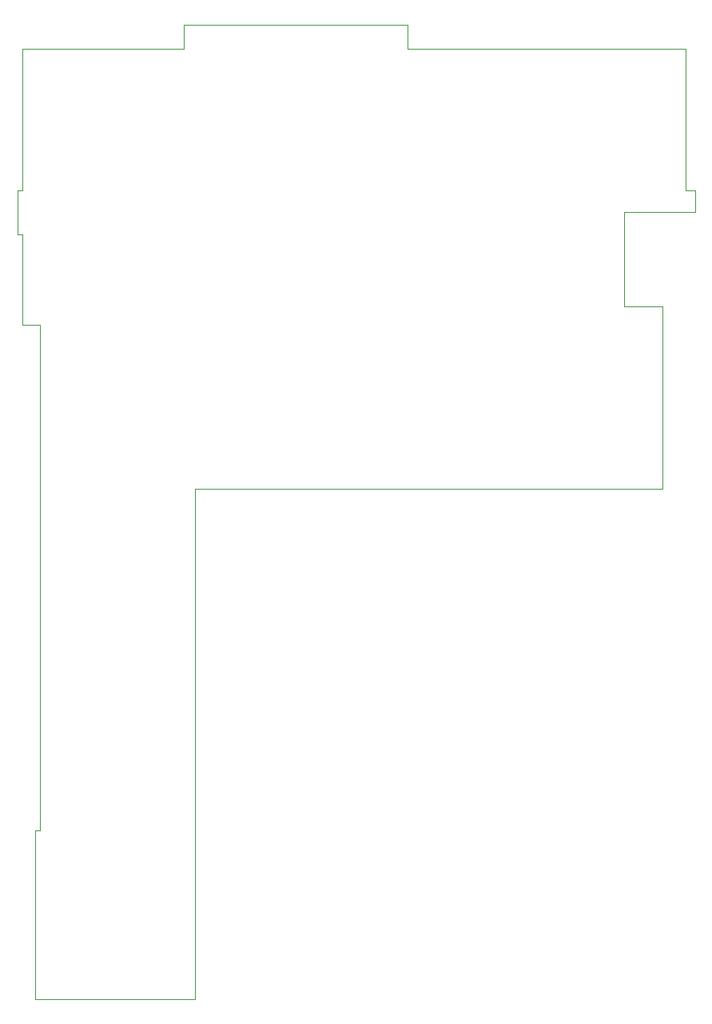
<source format=gbr>
G04 #@! TF.GenerationSoftware,KiCad,Pcbnew,5.1.5+dfsg1-2build2*
G04 #@! TF.CreationDate,2021-12-27T09:35:59+00:00*
G04 #@! TF.ProjectId,psion-org2-power,7073696f-6e2d-46f7-9267-322d706f7765,rev?*
G04 #@! TF.SameCoordinates,Original*
G04 #@! TF.FileFunction,Profile,NP*
%FSLAX46Y46*%
G04 Gerber Fmt 4.6, Leading zero omitted, Abs format (unit mm)*
G04 Created by KiCad (PCBNEW 5.1.5+dfsg1-2build2) date 2021-12-27 09:35:59*
%MOMM*%
%LPD*%
G04 APERTURE LIST*
%ADD10C,0.100000*%
G04 APERTURE END LIST*
D10*
X95900000Y-29400000D02*
X96000000Y-29400000D01*
X80300000Y-130000000D02*
X97200000Y-130000000D01*
X80300000Y-129000000D02*
X80300000Y-130000000D01*
X80300000Y-122000000D02*
X80300000Y-129000000D01*
X80300000Y-112100000D02*
X80300000Y-122000000D01*
X80800000Y-112100000D02*
X80300000Y-112100000D01*
X80800000Y-58600000D02*
X80800000Y-112100000D01*
X78900000Y-58600000D02*
X80800000Y-58600000D01*
X78900000Y-49100000D02*
X78900000Y-58600000D01*
X78400000Y-49100000D02*
X78900000Y-49100000D01*
X78400000Y-44400000D02*
X78400000Y-49100000D01*
X78900000Y-44400000D02*
X78400000Y-44400000D01*
X78900000Y-29400000D02*
X78900000Y-44400000D01*
X95900000Y-29400000D02*
X78900000Y-29400000D01*
X96000000Y-26900000D02*
X96000000Y-29400000D01*
X119700000Y-26900000D02*
X96000000Y-26900000D01*
X119700000Y-29400000D02*
X119700000Y-26900000D01*
X149200000Y-29400000D02*
X119700000Y-29400000D01*
X149200000Y-44400000D02*
X149200000Y-29400000D01*
X150200000Y-44400000D02*
X149200000Y-44400000D01*
X150200000Y-46700000D02*
X150200000Y-44400000D01*
X142700000Y-46700000D02*
X150200000Y-46700000D01*
X142700000Y-56700000D02*
X142700000Y-46700000D01*
X146700000Y-56700000D02*
X142700000Y-56700000D01*
X146700000Y-76000000D02*
X146700000Y-56700000D01*
X97200000Y-76000000D02*
X146700000Y-76000000D01*
X97200000Y-130000000D02*
X97200000Y-76000000D01*
M02*

</source>
